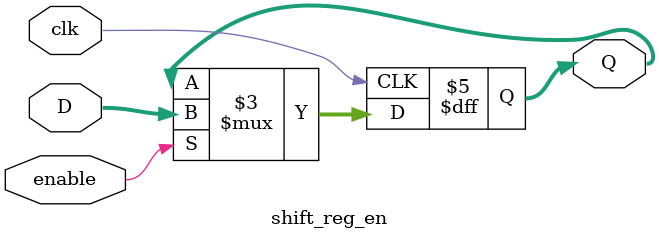
<source format=v>

module shift_reg_en (
		input clk,
		input signed [255:0] D,
		output reg signed [255:0] Q,
		input enable
);


always @ (posedge clk) 
begin
   if (enable == 1)  
	begin
	Q <= D;
   end
end
endmodule

</source>
